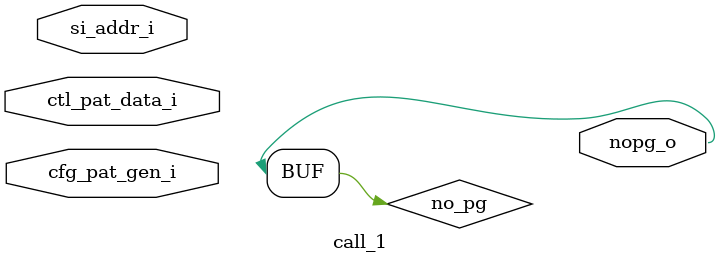
<source format=sv>

module call_1
    #(
        parameter ADDR_WIDTH            =   32,
        parameter DATA_WIDTH            =   12,
        parameter NUM_REGS              =   21,
        parameter SUB_REGS_DATA_WIDTH   =   (ADDR_WIDTH > DATA_WIDTH) ? ADDR_WIDTH : DATA_WIDTH
    )
    (   

        input           [SUB_REGS_DATA_WIDTH-1:0]   ctl_pat_data_i,

        input           [ADDR_WIDTH-1:0]            si_addr_i,

        input                                       cfg_pat_gen_i,

        output logic                                nopg_o
    );

    reg                     no_pg;

    assign nopg_o = no_pg;


endmodule





</source>
